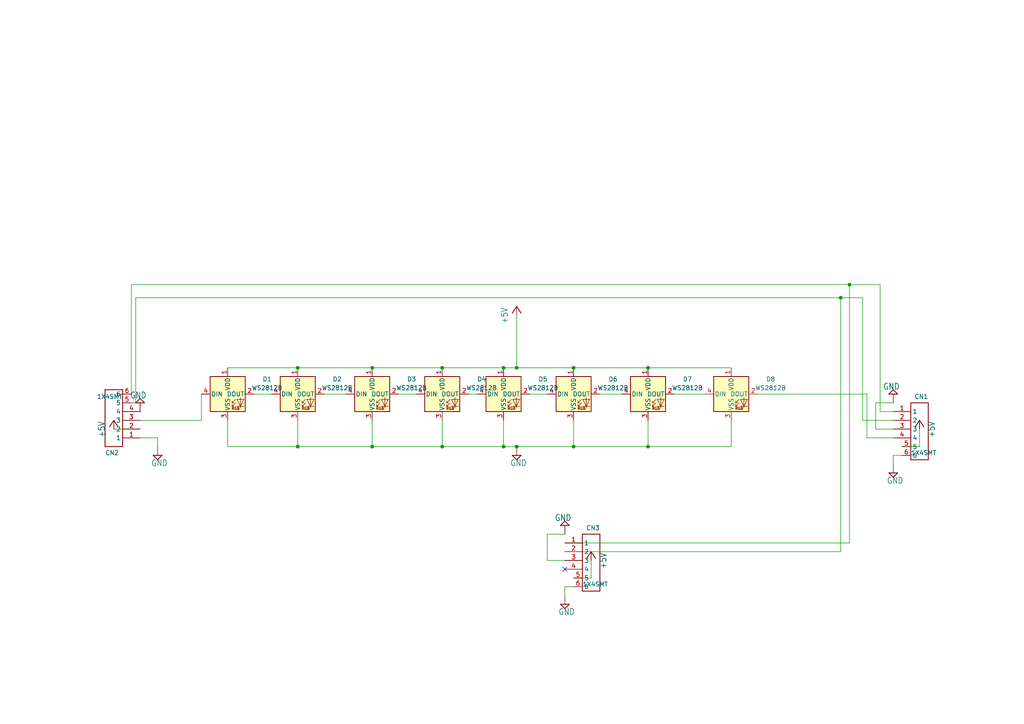
<source format=kicad_sch>
(kicad_sch (version 20211123) (generator eeschema)
  (paper "A4")
  (lib_symbols
    (symbol "1X4SMT_1"
      (property "Reference" "CN" (at 5.08 7.62 0))
      (property "Value" "1X4SMT_1" (at 0 -10.16 0))
      (symbol "1X4SMT_1_1_0"
        (polyline (pts (xy 0 -11.43) (xy 0 5.08)) (stroke (width 0.254)))
        (polyline (pts (xy 0 5.08) (xy 5.08 5.08)) (stroke (width 0.254)))
        (polyline (pts (xy 5.08 -11.43) (xy 0 -11.43)) (stroke (width 0.254)))
        (polyline (pts (xy 5.08 5.08) (xy 5.08 -11.43)) (stroke (width 0.254)))
        (pin bidirectional line (at -5.08 2.54 0) (length 5.08) (name "1") (number "1"))
        (pin bidirectional line (at -5.08 0 0) (length 5.08) (name "2") (number "2"))
        (pin bidirectional line (at -5.08 -2.54 0) (length 5.08) (name "3") (number "3"))
        (pin bidirectional line (at -5.08 -5.08 0) (length 5.08) (name "4") (number "4"))
      )
      (symbol "1X4SMT_1_1_1"
        (pin bidirectional line (at -2.54 -7.62 0) (length 2.54) (name "5") (number "5"))
        (pin bidirectional line (at -2.54 -10.16 0) (length 2.54) (name "6") (number "6"))
      )
    )
    (symbol "Adafruit NeoPixel 8 Stick-eagle-import:+5V" (power)
      (property "Value" "+5V" (at -2.54 -5.08 90))
      (symbol "+5V_1_0"
        (polyline (pts (xy 0 0) (xy -1.27 -1.905)) (stroke (width 0.254)))
        (polyline (pts (xy 1.27 -1.905) (xy 0 0)) (stroke (width 0.254)))
        (pin power_in line (at 0 -2.54 90) (length 2.54) (name "+5V") (number "1"))
      )
    )
    (symbol "Adafruit NeoPixel 8 Stick-eagle-import:1X4SMT"
      (property "Reference" "CN" (at 5.08 7.62 0))
      (property "Value" "1X4SMT" (at 0 -10.16 0))
      (symbol "1X4SMT_1_0"
        (polyline (pts (xy 0 -11.43) (xy 0 5.08)) (stroke (width 0.254)))
        (polyline (pts (xy 0 5.08) (xy 5.08 5.08)) (stroke (width 0.254)))
        (polyline (pts (xy 5.08 -11.43) (xy 0 -11.43)) (stroke (width 0.254)))
        (polyline (pts (xy 5.08 5.08) (xy 5.08 -11.43)) (stroke (width 0.254)))
        (pin bidirectional line (at -5.08 2.54 0) (length 5.08) (name "1") (number "1"))
        (pin bidirectional line (at -5.08 0 0) (length 5.08) (name "2") (number "2"))
        (pin bidirectional line (at -5.08 -2.54 0) (length 5.08) (name "3") (number "3"))
        (pin bidirectional line (at -5.08 -5.08 0) (length 5.08) (name "4") (number "4"))
      )
      (symbol "1X4SMT_1_1"
        (pin bidirectional line (at -2.54 -7.62 0) (length 2.54) (name "5") (number "5"))
        (pin bidirectional line (at -2.54 -10.16 0) (length 2.54) (name "6") (number "6"))
      )
    )
    (symbol "Adafruit NeoPixel 8 Stick-eagle-import:GND" (power)
      (property "Value" "GND" (at -1.905 -3.175 0))
      (symbol "GND_1_0"
        (polyline (pts (xy -1.27 0) (xy 1.27 0)) (stroke (width 0.254)))
        (polyline (pts (xy 0 -1.27) (xy -1.27 0)) (stroke (width 0.254)))
        (polyline (pts (xy 1.27 0) (xy 0 -1.27)) (stroke (width 0.254)))
        (pin power_in line (at 0 2.54 270) (length 2.54) (name "GND") (number "1"))
      )
    )
    (symbol "LED:WS2812B" (pin_names (offset 0.254))
      (property "Reference" "D" (at 5.08 5.715 0))
      (property "Value" "WS2812B" (at 1.27 -5.715 0))
      (symbol "WS2812B_0_0"
        (text "RGB" (at 2.286 -4.191 0) (effects (font (size 0.762 0.762))))
      )
      (symbol "WS2812B_0_1"
        (polyline (pts (xy 1.27 -3.556) (xy 1.778 -3.556)))
        (polyline (pts (xy 1.27 -2.54) (xy 1.778 -2.54)))
        (polyline (pts (xy 4.699 -3.556) (xy 2.667 -3.556)))
        (polyline (pts (xy 2.286 -2.54) (xy 1.27 -3.556) (xy 1.27 -3.048)))
        (polyline (pts (xy 2.286 -1.524) (xy 1.27 -2.54) (xy 1.27 -2.032)))
        (polyline (pts (xy 3.683 -1.016) (xy 3.683 -3.556) (xy 3.683 -4.064)))
        (polyline (pts (xy 4.699 -1.524) (xy 2.667 -1.524) (xy 3.683 -3.556) (xy 4.699 -1.524)))
        (rectangle (start 5.08 5.08) (end -5.08 -5.08) (stroke (width 0.254)) (fill (type background)))
      )
      (symbol "WS2812B_1_1"
        (pin power_in line (at 0 7.62 270) (length 2.54) (name "VDD") (number "1"))
        (pin output line (at 7.62 0 180) (length 2.54) (name "DOUT") (number "2"))
        (pin power_in line (at 0 -7.62 90) (length 2.54) (name "VSS") (number "3"))
        (pin input line (at -7.62 0 0) (length 2.54) (name "DIN") (number "4"))
      )
    )
  )
  (junction (at 146.05 106.68))
  (junction (at 146.05 129.54))
  (junction (at 149.86 106.68))
  (junction (at 128.27 129.54))
  (junction (at 128.27 106.68))
  (junction (at 187.96 106.68))
  (junction (at 107.95 129.54))
  (junction (at 149.86 129.54))
  (junction (at 187.96 129.54))
  (junction (at 86.36 129.54))
  (junction (at 86.36 106.68))
  (junction (at 166.37 129.54))
  (junction (at 246.38 82.55))
  (junction (at 166.37 106.68))
  (junction (at 243.84 86.36))
  (junction (at 107.95 106.68))
  (no_connect (at 163.83 165.1))
  (wire (pts (xy 243.84 86.36) (xy 250.19 86.36)))
  (wire (pts (xy 187.96 129.54) (xy 212.09 129.54)))
  (wire (pts (xy 146.05 121.92) (xy 146.05 129.54)))
  (wire (pts (xy 243.84 160.02) (xy 243.84 86.36)))
  (wire (pts (xy 40.64 127) (xy 45.72 127)))
  (wire (pts (xy 45.72 127) (xy 45.72 129.54)))
  (wire (pts (xy 149.86 106.68) (xy 166.37 106.68)))
  (wire (pts (xy 219.71 114.3) (xy 251.46 114.3)))
  (wire (pts (xy 259.08 132.08) (xy 259.08 134.62)))
  (wire (pts (xy 163.83 170.18) (xy 163.83 172.72)))
  (wire (pts (xy 38.1 116.84) (xy 39.37 116.84)))
  (wire (pts (xy 173.99 114.3) (xy 180.34 114.3)))
  (wire (pts (xy 40.64 121.92) (xy 58.42 121.92)))
  (wire (pts (xy 254 116.84) (xy 259.08 116.84)))
  (wire (pts (xy 254 124.46) (xy 254 116.84)))
  (wire (pts (xy 73.66 114.3) (xy 78.74 114.3)))
  (wire (pts (xy 251.46 114.3) (xy 251.46 127)))
  (wire (pts (xy 187.96 121.92) (xy 187.96 129.54)))
  (wire (pts (xy 255.27 82.55) (xy 255.27 119.38)))
  (wire (pts (xy 246.38 157.48) (xy 246.38 82.55)))
  (wire (pts (xy 66.04 106.68) (xy 86.36 106.68)))
  (wire (pts (xy 212.09 121.92) (xy 212.09 129.54)))
  (wire (pts (xy 250.19 86.36) (xy 250.19 121.92)))
  (wire (pts (xy 128.27 106.68) (xy 146.05 106.68)))
  (wire (pts (xy 93.98 114.3) (xy 100.33 114.3)))
  (wire (pts (xy 66.04 121.92) (xy 66.04 129.54)))
  (wire (pts (xy 146.05 106.68) (xy 149.86 106.68)))
  (wire (pts (xy 163.83 157.48) (xy 246.38 157.48)))
  (wire (pts (xy 128.27 129.54) (xy 146.05 129.54)))
  (wire (pts (xy 146.05 129.54) (xy 149.86 129.54)))
  (wire (pts (xy 166.37 170.18) (xy 163.83 170.18)))
  (wire (pts (xy 38.1 82.55) (xy 246.38 82.55)))
  (wire (pts (xy 158.75 162.56) (xy 158.75 154.94)))
  (wire (pts (xy 86.36 106.68) (xy 107.95 106.68)))
  (wire (pts (xy 86.36 129.54) (xy 107.95 129.54)))
  (wire (pts (xy 149.86 129.54) (xy 166.37 129.54)))
  (wire (pts (xy 58.42 121.92) (xy 58.42 114.3)))
  (wire (pts (xy 166.37 129.54) (xy 187.96 129.54)))
  (wire (pts (xy 135.89 114.3) (xy 138.43 114.3)))
  (wire (pts (xy 163.83 160.02) (xy 243.84 160.02)))
  (wire (pts (xy 107.95 121.92) (xy 107.95 129.54)))
  (wire (pts (xy 163.83 162.56) (xy 158.75 162.56)))
  (wire (pts (xy 39.37 86.36) (xy 243.84 86.36)))
  (wire (pts (xy 153.67 114.3) (xy 158.75 114.3)))
  (wire (pts (xy 166.37 121.92) (xy 166.37 129.54)))
  (wire (pts (xy 86.36 121.92) (xy 86.36 129.54)))
  (wire (pts (xy 66.04 129.54) (xy 86.36 129.54)))
  (wire (pts (xy 250.19 121.92) (xy 259.08 121.92)))
  (wire (pts (xy 166.37 106.68) (xy 187.96 106.68)))
  (wire (pts (xy 33.02 124.46) (xy 40.64 124.46)))
  (wire (pts (xy 251.46 127) (xy 259.08 127)))
  (wire (pts (xy 158.75 154.94) (xy 163.83 154.94)))
  (wire (pts (xy 187.96 106.68) (xy 212.09 106.68)))
  (wire (pts (xy 255.27 119.38) (xy 259.08 119.38)))
  (wire (pts (xy 195.58 114.3) (xy 204.47 114.3)))
  (wire (pts (xy 107.95 129.54) (xy 128.27 129.54)))
  (wire (pts (xy 259.08 124.46) (xy 254 124.46)))
  (wire (pts (xy 246.38 82.55) (xy 255.27 82.55)))
  (wire (pts (xy 39.37 116.84) (xy 39.37 86.36)))
  (wire (pts (xy 171.45 167.64) (xy 171.45 162.56)))
  (wire (pts (xy 261.62 132.08) (xy 259.08 132.08)))
  (wire (pts (xy 261.62 129.54) (xy 266.7 129.54)))
  (wire (pts (xy 107.95 106.68) (xy 128.27 106.68)))
  (wire (pts (xy 128.27 121.92) (xy 128.27 129.54)))
  (wire (pts (xy 115.57 114.3) (xy 120.65 114.3)))
  (wire (pts (xy 166.37 167.64) (xy 171.45 167.64)))
  (wire (pts (xy 38.1 114.3) (xy 38.1 82.55)))
  (wire (pts (xy 149.86 91.44) (xy 149.86 106.68)))
  (wire (pts (xy 266.7 129.54) (xy 266.7 124.46)))
  (symbol (lib_id "LED:WS2812B") (at 86.36 114.3 0) (unit 1)
    (property "Reference" "D2" (at 97.79 109.9693 0))
    (property "Value" "WS2812B" (at 97.79 112.5093 0))
    (property "Footprint" "LED_SMD:LED_WS2812B_PLCC4_5.0x5.0mm_P3.2mm" (effects hide))
    (property "Datasheet" "https://cdn-shop.adafruit.com/datasheets/WS2812B.pdf" (effects hide))
  )
  (symbol (lib_id "Adafruit NeoPixel 8 Stick-eagle-import:GND") (at 40.64 116.84 180) (unit 1)
    (property "Reference" "#SUPPLY02" (effects hide))
    (property "Value" "GND" (at 42.545 113.665 0) (effects (font (size 1.778 1.5113)) (justify left bottom)))
    (property "Footprint" "Adafruit NeoPixel 8 Stick:" (effects hide))
  )
  (symbol (lib_id "Adafruit NeoPixel 8 Stick-eagle-import:+5V") (at 33.02 121.92 0) (unit 1)
    (property "Reference" "#P+011" (effects hide))
    (property "Value" "+5V" (at 30.48 127 90) (effects (font (size 1.778 1.5113)) (justify left bottom)))
    (property "Footprint" "Adafruit NeoPixel 8 Stick:" (effects hide))
  )
  (symbol (lib_id "Adafruit NeoPixel 8 Stick-eagle-import:+5V") (at 171.45 160.02 0) (mirror y) (unit 1)
    (property "Reference" "#P+0101" (effects hide))
    (property "Value" "+5V" (at 173.99 165.1 90) (effects (font (size 1.778 1.5113)) (justify left bottom)))
    (property "Footprint" "Adafruit NeoPixel 8 Stick:" (effects hide))
  )
  (symbol (lib_id "LED:WS2812B") (at 107.95 114.3 0) (unit 1)
    (property "Reference" "D3" (at 119.38 109.9693 0))
    (property "Value" "WS2812B" (at 119.38 112.5093 0))
    (property "Footprint" "LED_SMD:LED_WS2812B_PLCC4_5.0x5.0mm_P3.2mm" (effects hide))
    (property "Datasheet" "https://cdn-shop.adafruit.com/datasheets/WS2812B.pdf" (effects hide))
  )
  (symbol (lib_id "LED:WS2812B") (at 187.96 114.3 0) (unit 1)
    (property "Reference" "D7" (at 199.39 109.9693 0))
    (property "Value" "WS2812B" (at 199.39 112.5093 0))
    (property "Footprint" "LED_SMD:LED_WS2812B_PLCC4_5.0x5.0mm_P3.2mm" (effects hide))
    (property "Datasheet" "https://cdn-shop.adafruit.com/datasheets/WS2812B.pdf" (effects hide))
  )
  (symbol (lib_id "Adafruit NeoPixel 8 Stick-eagle-import:GND") (at 45.72 132.08 0) (unit 1)
    (property "Reference" "#SUPPLY07" (effects hide))
    (property "Value" "GND" (at 43.815 135.255 0) (effects (font (size 1.778 1.5113)) (justify left bottom)))
    (property "Footprint" "Adafruit NeoPixel 8 Stick:" (effects hide))
  )
  (symbol (lib_id "Adafruit NeoPixel 8 Stick-eagle-import:1X4SMT") (at 35.56 124.46 180) (unit 1)
    (property "Reference" "CN2" (at 30.48 132.08 0) (effects (justify right top)))
    (property "Value" "1X4SMT" (at 35.56 114.3 0) (effects (justify left bottom)))
    (property "Footprint" "Adafruit NeoPixel 8 Stick:1X4-SMT" (effects hide))
  )
  (symbol (lib_name "1X4SMT_1") (lib_id "Adafruit NeoPixel 8 Stick-eagle-import:1X4SMT") (at 168.91 160.02 0) (unit 1)
    (property "Reference" "CN3" (at 173.99 152.4 0) (effects (justify right top)))
    (property "Value" "1X4SMT" (at 168.91 170.18 0) (effects (justify left bottom)))
    (property "Footprint" "Adafruit NeoPixel 8 Stick:1X4-SMT" (effects hide))
  )
  (symbol (lib_id "Adafruit NeoPixel 8 Stick-eagle-import:GND") (at 163.83 175.26 0) (unit 1)
    (property "Reference" "#SUPPLY0102" (effects hide))
    (property "Value" "GND" (at 161.925 178.435 0) (effects (font (size 1.778 1.5113)) (justify left bottom)))
    (property "Footprint" "Adafruit NeoPixel 8 Stick:" (effects hide))
  )
  (symbol (lib_id "LED:WS2812B") (at 66.04 114.3 0) (unit 1)
    (property "Reference" "D1" (at 77.47 109.9693 0))
    (property "Value" "WS2812B" (at 77.47 112.5093 0))
    (property "Footprint" "LED_SMD:LED_WS2812B_PLCC4_5.0x5.0mm_P3.2mm" (effects hide))
    (property "Datasheet" "https://cdn-shop.adafruit.com/datasheets/WS2812B.pdf" (effects hide))
  )
  (symbol (lib_id "LED:WS2812B") (at 146.05 114.3 0) (unit 1)
    (property "Reference" "D5" (at 157.48 109.9693 0))
    (property "Value" "WS2812B" (at 157.48 112.5093 0))
    (property "Footprint" "LED_SMD:LED_WS2812B_PLCC4_5.0x5.0mm_P3.2mm" (effects hide))
    (property "Datasheet" "https://cdn-shop.adafruit.com/datasheets/WS2812B.pdf" (effects hide))
  )
  (symbol (lib_id "LED:WS2812B") (at 212.09 114.3 0) (unit 1)
    (property "Reference" "D8" (at 223.52 109.9693 0))
    (property "Value" "WS2812B" (at 223.52 112.5093 0))
    (property "Footprint" "LED_SMD:LED_WS2812B_PLCC4_5.0x5.0mm_P3.2mm" (effects hide))
    (property "Datasheet" "https://cdn-shop.adafruit.com/datasheets/WS2812B.pdf" (effects hide))
  )
  (symbol (lib_id "LED:WS2812B") (at 166.37 114.3 0) (unit 1)
    (property "Reference" "D6" (at 177.8 109.9693 0))
    (property "Value" "WS2812B" (at 177.8 112.5093 0))
    (property "Footprint" "LED_SMD:LED_WS2812B_PLCC4_5.0x5.0mm_P3.2mm" (effects hide))
    (property "Datasheet" "https://cdn-shop.adafruit.com/datasheets/WS2812B.pdf" (effects hide))
  )
  (symbol (lib_id "Adafruit NeoPixel 8 Stick-eagle-import:+5V") (at 149.86 88.9 0) (unit 1)
    (property "Reference" "#P+02" (effects hide))
    (property "Value" "+5V" (at 147.32 93.98 90) (effects (font (size 1.778 1.5113)) (justify left bottom)))
    (property "Footprint" "Adafruit NeoPixel 8 Stick:" (effects hide))
  )
  (symbol (lib_name "1X4SMT_1") (lib_id "Adafruit NeoPixel 8 Stick-eagle-import:1X4SMT") (at 264.16 121.92 0) (unit 1)
    (property "Reference" "CN1" (at 269.24 114.3 0) (effects (justify right top)))
    (property "Value" "1X4SMT" (at 264.16 132.08 0) (effects (justify left bottom)))
    (property "Footprint" "Adafruit NeoPixel 8 Stick:1X4-SMT" (effects hide))
  )
  (symbol (lib_id "Adafruit NeoPixel 8 Stick-eagle-import:+5V") (at 266.7 121.92 0) (mirror y) (unit 1)
    (property "Reference" "#P+01" (effects hide))
    (property "Value" "+5V" (at 269.24 127 90) (effects (font (size 1.778 1.5113)) (justify left bottom)))
    (property "Footprint" "Adafruit NeoPixel 8 Stick:" (effects hide))
  )
  (symbol (lib_id "Adafruit NeoPixel 8 Stick-eagle-import:GND") (at 149.86 132.08 0) (unit 1)
    (property "Reference" "#SUPPLY03" (effects hide))
    (property "Value" "GND" (at 147.955 135.255 0) (effects (font (size 1.778 1.5113)) (justify left bottom)))
    (property "Footprint" "Adafruit NeoPixel 8 Stick:" (effects hide))
  )
  (symbol (lib_id "Adafruit NeoPixel 8 Stick-eagle-import:GND") (at 259.08 137.16 0) (unit 1)
    (property "Reference" "#SUPPLY09" (effects hide))
    (property "Value" "GND" (at 257.175 140.335 0) (effects (font (size 1.778 1.5113)) (justify left bottom)))
    (property "Footprint" "Adafruit NeoPixel 8 Stick:" (effects hide))
  )
  (symbol (lib_id "Adafruit NeoPixel 8 Stick-eagle-import:GND") (at 259.08 114.3 180) (unit 1)
    (property "Reference" "#SUPPLY01" (effects hide))
    (property "Value" "GND" (at 260.985 111.125 0) (effects (font (size 1.778 1.5113)) (justify left bottom)))
    (property "Footprint" "Adafruit NeoPixel 8 Stick:" (effects hide))
  )
  (symbol (lib_id "Adafruit NeoPixel 8 Stick-eagle-import:GND") (at 163.83 152.4 180) (unit 1)
    (property "Reference" "#SUPPLY0101" (effects hide))
    (property "Value" "GND" (at 165.735 149.225 0) (effects (font (size 1.778 1.5113)) (justify left bottom)))
    (property "Footprint" "Adafruit NeoPixel 8 Stick:" (effects hide))
  )
  (symbol (lib_id "LED:WS2812B") (at 128.27 114.3 0) (unit 1)
    (property "Reference" "D4" (at 139.7 109.9693 0))
    (property "Value" "WS2812B" (at 139.7 112.5093 0))
    (property "Footprint" "LED_SMD:LED_WS2812B_PLCC4_5.0x5.0mm_P3.2mm" (effects hide))
    (property "Datasheet" "https://cdn-shop.adafruit.com/datasheets/WS2812B.pdf" (effects hide))
  )
)
</source>
